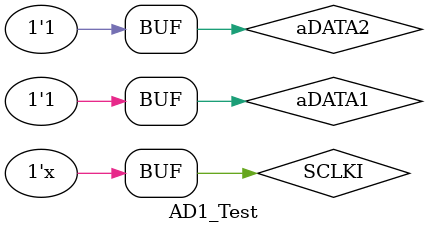
<source format=v>
`timescale 1ns / 1ps


module AD1_Test;

	// Inputs
	reg SCLKI;
	reg aDATA1;
	reg aDATA2;

	// Outputs
	wire CS;
	wire SCLKO;
	wire [15:0] DATA1;
	wire [15:0] DATA2;

	// Instantiate the Unit Under Test (UUT)
	AD1_Controller uut (
		.SCLKI(SCLKI), 
		.CS(CS), 
		.SCLKO(SCLKO), 
		.DATA1(DATA1), 
		.DATA2(DATA2), 
		.aDATA1(aDATA1), 
		.aDATA2(aDATA2)
	);
	
	Maquina_AD1 mad1(
		.SCLKI(SCLKI),
		.CS(CS)
	);

	initial begin
		// Initialize Inputs
		#100;
		SCLKI = 0;
		aDATA1 = 0;
		aDATA2 = 0;
		// Wait 100 ns for global reset to finish
		#360;
		aDATA1 = 0;
		aDATA2 = 0;
		#20;
		aDATA1 = 1;
		aDATA2 = 1;
		#20;
		aDATA1 = 1;
		aDATA2 = 1;
		#20;
		aDATA1 = 0;
		aDATA2 = 0;
		#20;
		aDATA1 = 1;
		aDATA2 = 1;
		#20;
		aDATA1 = 1;
		aDATA2 = 1;
		#20;
		
        
		// Add stimulus here

	end
      
		always begin #10 SCLKI = ~SCLKI; end
		
endmodule


</source>
